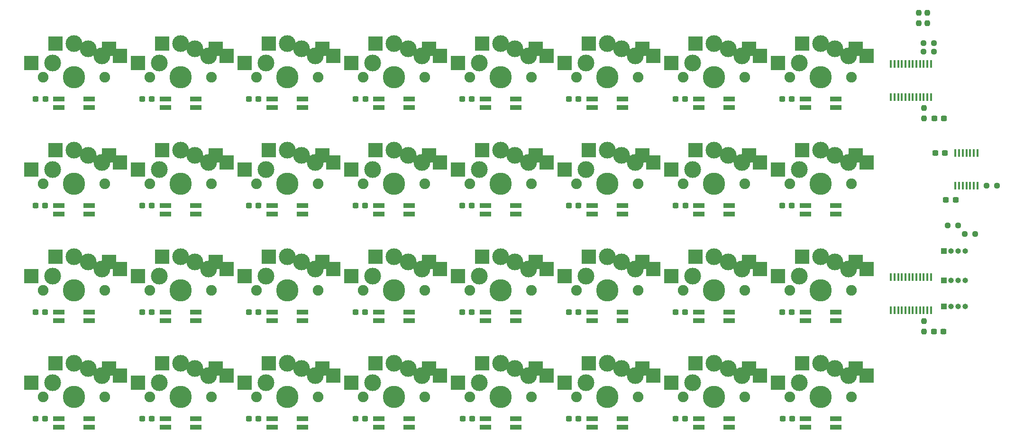
<source format=gbs>
%TF.GenerationSoftware,KiCad,Pcbnew,(6.0.8)*%
%TF.CreationDate,2023-01-16T16:58:48+01:00*%
%TF.ProjectId,The Macruwu 2.0,54686520-4d61-4637-9275-777520322e30,rev?*%
%TF.SameCoordinates,Original*%
%TF.FileFunction,Soldermask,Bot*%
%TF.FilePolarity,Negative*%
%FSLAX46Y46*%
G04 Gerber Fmt 4.6, Leading zero omitted, Abs format (unit mm)*
G04 Created by KiCad (PCBNEW (6.0.8)) date 2023-01-16 16:58:48*
%MOMM*%
%LPD*%
G01*
G04 APERTURE LIST*
G04 Aperture macros list*
%AMRoundRect*
0 Rectangle with rounded corners*
0 $1 Rounding radius*
0 $2 $3 $4 $5 $6 $7 $8 $9 X,Y pos of 4 corners*
0 Add a 4 corners polygon primitive as box body*
4,1,4,$2,$3,$4,$5,$6,$7,$8,$9,$2,$3,0*
0 Add four circle primitives for the rounded corners*
1,1,$1+$1,$2,$3*
1,1,$1+$1,$4,$5*
1,1,$1+$1,$6,$7*
1,1,$1+$1,$8,$9*
0 Add four rect primitives between the rounded corners*
20,1,$1+$1,$2,$3,$4,$5,0*
20,1,$1+$1,$4,$5,$6,$7,0*
20,1,$1+$1,$6,$7,$8,$9,0*
20,1,$1+$1,$8,$9,$2,$3,0*%
G04 Aperture macros list end*
%ADD10C,1.900000*%
%ADD11C,3.990000*%
%ADD12C,3.000000*%
%ADD13R,2.600000X2.600000*%
%ADD14R,2.540000X2.540000*%
%ADD15R,2.000000X0.820000*%
%ADD16R,1.000000X1.000000*%
%ADD17O,1.000000X1.000000*%
%ADD18RoundRect,0.237500X-0.300000X-0.237500X0.300000X-0.237500X0.300000X0.237500X-0.300000X0.237500X0*%
%ADD19RoundRect,0.237500X0.250000X0.237500X-0.250000X0.237500X-0.250000X-0.237500X0.250000X-0.237500X0*%
%ADD20RoundRect,0.237500X-0.237500X0.250000X-0.237500X-0.250000X0.237500X-0.250000X0.237500X0.250000X0*%
%ADD21R,0.450000X1.475000*%
%ADD22RoundRect,0.237500X0.237500X-0.250000X0.237500X0.250000X-0.237500X0.250000X-0.237500X-0.250000X0*%
%ADD23RoundRect,0.237500X-0.250000X-0.237500X0.250000X-0.237500X0.250000X0.237500X-0.250000X0.237500X0*%
%ADD24RoundRect,0.237500X0.300000X0.237500X-0.300000X0.237500X-0.300000X-0.237500X0.300000X-0.237500X0*%
G04 APERTURE END LIST*
D10*
%TO.C,U3*%
X113806000Y-52705000D03*
X102806000Y-52705000D03*
D11*
X108306000Y-52705000D03*
D12*
X113306000Y-48955000D03*
X110846000Y-47625000D03*
X104496000Y-50165000D03*
X108306000Y-46755000D03*
D13*
X105031000Y-46755000D03*
D14*
X100745944Y-50165000D03*
D13*
X114596000Y-47625000D03*
X116581000Y-48955000D03*
D15*
X111006000Y-56655000D03*
X111006000Y-58155000D03*
X105606000Y-58155000D03*
X105606000Y-56655000D03*
%TD*%
D12*
%TO.C,U15*%
X184506000Y-65805000D03*
X187046000Y-66675000D03*
X189506000Y-68005000D03*
D11*
X184506000Y-71755000D03*
D10*
X179006000Y-71755000D03*
D12*
X180696000Y-69215000D03*
D10*
X190006000Y-71755000D03*
D13*
X181231000Y-65805000D03*
D14*
X176945944Y-69215000D03*
D13*
X190796000Y-66675000D03*
X192781000Y-68005000D03*
D15*
X187206000Y-75705000D03*
X187206000Y-77205000D03*
X181806000Y-77205000D03*
X181806000Y-75705000D03*
%TD*%
D12*
%TO.C,U14*%
X161646000Y-69215000D03*
X165456000Y-65805000D03*
D11*
X165456000Y-71755000D03*
D12*
X170456000Y-68005000D03*
D10*
X159956000Y-71755000D03*
X170956000Y-71755000D03*
D12*
X167996000Y-66675000D03*
D14*
X157895944Y-69215000D03*
D13*
X162181000Y-65805000D03*
X171746000Y-66675000D03*
X173731000Y-68005000D03*
D15*
X168156000Y-75705000D03*
X168156000Y-77205000D03*
X162756000Y-77205000D03*
X162756000Y-75705000D03*
%TD*%
D12*
%TO.C,U8*%
X199746000Y-50165000D03*
X206096000Y-47625000D03*
D10*
X209056000Y-52705000D03*
X198056000Y-52705000D03*
D12*
X208556000Y-48955000D03*
D11*
X203556000Y-52705000D03*
D12*
X203556000Y-46755000D03*
D13*
X200281000Y-46755000D03*
D14*
X195995944Y-50165000D03*
D13*
X211831000Y-48955000D03*
X209846000Y-47625000D03*
D15*
X206256000Y-56655000D03*
X206256000Y-58155000D03*
X200856000Y-58155000D03*
X200856000Y-56655000D03*
%TD*%
D10*
%TO.C,U5*%
X151906000Y-52705000D03*
X140906000Y-52705000D03*
D11*
X146406000Y-52705000D03*
D12*
X146406000Y-46755000D03*
X148946000Y-47625000D03*
X151406000Y-48955000D03*
X142596000Y-50165000D03*
D14*
X138845944Y-50165000D03*
D13*
X143131000Y-46755000D03*
X152696000Y-47625000D03*
X154681000Y-48955000D03*
D15*
X149106000Y-56655000D03*
X149106000Y-58155000D03*
X143706000Y-58155000D03*
X143706000Y-56655000D03*
%TD*%
D10*
%TO.C,U22*%
X170956000Y-90805000D03*
D11*
X165456000Y-90805000D03*
D12*
X170456000Y-87055000D03*
D10*
X159956000Y-90805000D03*
D12*
X161646000Y-88265000D03*
X167996000Y-85725000D03*
X165456000Y-84855000D03*
D13*
X162181000Y-84855000D03*
D14*
X157895944Y-88265000D03*
D13*
X173731000Y-87055000D03*
X171746000Y-85725000D03*
D15*
X168156000Y-94755000D03*
X168156000Y-96255000D03*
X162756000Y-96255000D03*
X162756000Y-94755000D03*
%TD*%
D12*
%TO.C,U16*%
X203556000Y-65805000D03*
X199746000Y-69215000D03*
D10*
X198056000Y-71755000D03*
D11*
X203556000Y-71755000D03*
D12*
X206096000Y-66675000D03*
X208556000Y-68005000D03*
D10*
X209056000Y-71755000D03*
D13*
X200281000Y-65805000D03*
D14*
X195995944Y-69215000D03*
D13*
X209846000Y-66675000D03*
X211831000Y-68005000D03*
D15*
X206256000Y-75705000D03*
X206256000Y-77205000D03*
X200856000Y-77205000D03*
X200856000Y-75705000D03*
%TD*%
D10*
%TO.C,U18*%
X83756000Y-90805000D03*
D12*
X91796000Y-85725000D03*
X89256000Y-84855000D03*
D10*
X94756000Y-90805000D03*
D11*
X89256000Y-90805000D03*
D12*
X94256000Y-87055000D03*
X85446000Y-88265000D03*
D14*
X81695944Y-88265000D03*
D13*
X85981000Y-84855000D03*
X97531000Y-87055000D03*
X95546000Y-85725000D03*
D15*
X91956000Y-94755000D03*
X91956000Y-96255000D03*
X86556000Y-96255000D03*
X86556000Y-94755000D03*
%TD*%
D12*
%TO.C,U28*%
X132356000Y-106105000D03*
X123546000Y-107315000D03*
X129896000Y-104775000D03*
D10*
X132856000Y-109855000D03*
D11*
X127356000Y-109855000D03*
D12*
X127356000Y-103905000D03*
D10*
X121856000Y-109855000D03*
D14*
X119795944Y-107315000D03*
D13*
X124081000Y-103905000D03*
X133646000Y-104775000D03*
X135631000Y-106105000D03*
D15*
X130056000Y-113805000D03*
X130056000Y-115305000D03*
X124656000Y-115305000D03*
X124656000Y-113805000D03*
%TD*%
D12*
%TO.C,U17*%
X72746000Y-85725000D03*
D10*
X75706000Y-90805000D03*
D11*
X70206000Y-90805000D03*
D10*
X64706000Y-90805000D03*
D12*
X66396000Y-88265000D03*
X75206000Y-87055000D03*
X70206000Y-84855000D03*
D14*
X62645944Y-88265000D03*
D13*
X66931000Y-84855000D03*
X76496000Y-85725000D03*
X78481000Y-87055000D03*
D15*
X72906000Y-94755000D03*
X72906000Y-96255000D03*
X67506000Y-96255000D03*
X67506000Y-94755000D03*
%TD*%
D12*
%TO.C,U20*%
X127356000Y-84855000D03*
D10*
X121856000Y-90805000D03*
D12*
X129896000Y-85725000D03*
X132356000Y-87055000D03*
D11*
X127356000Y-90805000D03*
D12*
X123546000Y-88265000D03*
D10*
X132856000Y-90805000D03*
D13*
X124081000Y-84855000D03*
D14*
X119795944Y-88265000D03*
D13*
X135631000Y-87055000D03*
X133646000Y-85725000D03*
D15*
X130056000Y-94755000D03*
X130056000Y-96255000D03*
X124656000Y-96255000D03*
X124656000Y-94755000D03*
%TD*%
D10*
%TO.C,U32*%
X198056000Y-109855000D03*
D12*
X206096000Y-104775000D03*
X203556000Y-103905000D03*
X199746000Y-107315000D03*
D11*
X203556000Y-109855000D03*
D12*
X208556000Y-106105000D03*
D10*
X209056000Y-109855000D03*
D14*
X195995944Y-107315000D03*
D13*
X200281000Y-103905000D03*
X211831000Y-106105000D03*
X209846000Y-104775000D03*
D15*
X206256000Y-113805000D03*
X206256000Y-115305000D03*
X200856000Y-115305000D03*
X200856000Y-113805000D03*
%TD*%
D10*
%TO.C,U2*%
X83756000Y-52705000D03*
D12*
X91796000Y-47625000D03*
X89256000Y-46755000D03*
D11*
X89256000Y-52705000D03*
D12*
X94256000Y-48955000D03*
D10*
X94756000Y-52705000D03*
D12*
X85446000Y-50165000D03*
D14*
X81695944Y-50165000D03*
D13*
X85981000Y-46755000D03*
X97531000Y-48955000D03*
X95546000Y-47625000D03*
D15*
X91956000Y-56655000D03*
X91956000Y-58155000D03*
X86556000Y-58155000D03*
X86556000Y-56655000D03*
%TD*%
D12*
%TO.C,U9*%
X72746000Y-66675000D03*
X70206000Y-65805000D03*
D10*
X64706000Y-71755000D03*
D12*
X75206000Y-68005000D03*
X66396000Y-69215000D03*
D11*
X70206000Y-71755000D03*
D10*
X75706000Y-71755000D03*
D14*
X62645944Y-69215000D03*
D13*
X66931000Y-65805000D03*
X78481000Y-68005000D03*
X76496000Y-66675000D03*
D15*
X72906000Y-75705000D03*
X72906000Y-77205000D03*
X67506000Y-77205000D03*
X67506000Y-75705000D03*
%TD*%
D12*
%TO.C,U10*%
X94256000Y-68005000D03*
X89256000Y-65805000D03*
X91796000Y-66675000D03*
D11*
X89256000Y-71755000D03*
D12*
X85446000Y-69215000D03*
D10*
X83756000Y-71755000D03*
X94756000Y-71755000D03*
D14*
X81695944Y-69215000D03*
D13*
X85981000Y-65805000D03*
X95546000Y-66675000D03*
X97531000Y-68005000D03*
D15*
X91956000Y-75705000D03*
X91956000Y-77205000D03*
X86556000Y-77205000D03*
X86556000Y-75705000D03*
%TD*%
D12*
%TO.C,U29*%
X142596000Y-107315000D03*
D10*
X151906000Y-109855000D03*
D11*
X146406000Y-109855000D03*
D10*
X140906000Y-109855000D03*
D12*
X151406000Y-106105000D03*
X148946000Y-104775000D03*
X146406000Y-103905000D03*
D14*
X138845944Y-107315000D03*
D13*
X143131000Y-103905000D03*
X154681000Y-106105000D03*
X152696000Y-104775000D03*
D15*
X149106000Y-113805000D03*
X149106000Y-115305000D03*
X143706000Y-115305000D03*
X143706000Y-113805000D03*
%TD*%
D12*
%TO.C,U25*%
X70206000Y-103905000D03*
D10*
X64706000Y-109855000D03*
D12*
X75206000Y-106105000D03*
X66396000Y-107315000D03*
D10*
X75706000Y-109855000D03*
D11*
X70206000Y-109855000D03*
D12*
X72746000Y-104775000D03*
D13*
X66931000Y-103905000D03*
D14*
X62645944Y-107315000D03*
D13*
X76496000Y-104775000D03*
X78481000Y-106105000D03*
D15*
X72906000Y-113805000D03*
X72906000Y-115305000D03*
X67506000Y-115305000D03*
X67506000Y-113805000D03*
%TD*%
D10*
%TO.C,U23*%
X179006000Y-90805000D03*
D12*
X180696000Y-88265000D03*
D11*
X184506000Y-90805000D03*
D12*
X187046000Y-85725000D03*
D10*
X190006000Y-90805000D03*
D12*
X184506000Y-84855000D03*
X189506000Y-87055000D03*
D14*
X176945944Y-88265000D03*
D13*
X181231000Y-84855000D03*
X190796000Y-85725000D03*
X192781000Y-87055000D03*
D15*
X187206000Y-94755000D03*
X187206000Y-96255000D03*
X181806000Y-96255000D03*
X181806000Y-94755000D03*
%TD*%
D12*
%TO.C,U31*%
X189506000Y-106105000D03*
D10*
X190006000Y-109855000D03*
D12*
X180696000Y-107315000D03*
D11*
X184506000Y-109855000D03*
D10*
X179006000Y-109855000D03*
D12*
X184506000Y-103905000D03*
X187046000Y-104775000D03*
D13*
X181231000Y-103905000D03*
D14*
X176945944Y-107315000D03*
D13*
X192781000Y-106105000D03*
X190796000Y-104775000D03*
D15*
X187206000Y-113805000D03*
X187206000Y-115305000D03*
X181806000Y-115305000D03*
X181806000Y-113805000D03*
%TD*%
D12*
%TO.C,U6*%
X167996000Y-47625000D03*
X170456000Y-48955000D03*
X165456000Y-46755000D03*
D10*
X170956000Y-52705000D03*
D12*
X161646000Y-50165000D03*
D10*
X159956000Y-52705000D03*
D11*
X165456000Y-52705000D03*
D14*
X157895944Y-50165000D03*
D13*
X162181000Y-46755000D03*
X173731000Y-48955000D03*
X171746000Y-47625000D03*
D15*
X168156000Y-56655000D03*
X168156000Y-58155000D03*
X162756000Y-58155000D03*
X162756000Y-56655000D03*
%TD*%
D16*
%TO.C,J2*%
X225557000Y-89027000D03*
D17*
X226827000Y-89027000D03*
X228097000Y-89027000D03*
X229367000Y-89027000D03*
%TD*%
D10*
%TO.C,U12*%
X121856000Y-71755000D03*
D12*
X132356000Y-68005000D03*
X123546000Y-69215000D03*
X127356000Y-65805000D03*
D11*
X127356000Y-71755000D03*
D12*
X129896000Y-66675000D03*
D10*
X132856000Y-71755000D03*
D13*
X124081000Y-65805000D03*
D14*
X119795944Y-69215000D03*
D13*
X135631000Y-68005000D03*
X133646000Y-66675000D03*
D15*
X130056000Y-75705000D03*
X130056000Y-77205000D03*
X124656000Y-77205000D03*
X124656000Y-75705000D03*
%TD*%
D11*
%TO.C,U4*%
X127356000Y-52705000D03*
D10*
X121856000Y-52705000D03*
X132856000Y-52705000D03*
D12*
X127356000Y-46755000D03*
X129896000Y-47625000D03*
X132356000Y-48955000D03*
X123546000Y-50165000D03*
D13*
X124081000Y-46755000D03*
D14*
X119795944Y-50165000D03*
D13*
X135631000Y-48955000D03*
X133646000Y-47625000D03*
D15*
X130056000Y-56655000D03*
X130056000Y-58155000D03*
X124656000Y-58155000D03*
X124656000Y-56655000D03*
%TD*%
D12*
%TO.C,U7*%
X187046000Y-47625000D03*
X180696000Y-50165000D03*
D10*
X190006000Y-52705000D03*
D12*
X184506000Y-46755000D03*
X189506000Y-48955000D03*
D10*
X179006000Y-52705000D03*
D11*
X184506000Y-52705000D03*
D13*
X181231000Y-46755000D03*
D14*
X176945944Y-50165000D03*
D13*
X192781000Y-48955000D03*
X190796000Y-47625000D03*
D15*
X187206000Y-56655000D03*
X187206000Y-58155000D03*
X181806000Y-58155000D03*
X181806000Y-56655000D03*
%TD*%
D16*
%TO.C,J3*%
X225557000Y-93726000D03*
D17*
X226827000Y-93726000D03*
X228097000Y-93726000D03*
X229367000Y-93726000D03*
%TD*%
D12*
%TO.C,U19*%
X108306000Y-84855000D03*
D10*
X113806000Y-90805000D03*
D12*
X104496000Y-88265000D03*
D11*
X108306000Y-90805000D03*
D12*
X110846000Y-85725000D03*
D10*
X102806000Y-90805000D03*
D12*
X113306000Y-87055000D03*
D14*
X100745944Y-88265000D03*
D13*
X105031000Y-84855000D03*
X116581000Y-87055000D03*
X114596000Y-85725000D03*
D15*
X111006000Y-94755000D03*
X111006000Y-96255000D03*
X105606000Y-96255000D03*
X105606000Y-94755000D03*
%TD*%
D16*
%TO.C,J1*%
X225557000Y-83820000D03*
D17*
X226827000Y-83820000D03*
X228097000Y-83820000D03*
X229367000Y-83820000D03*
%TD*%
D10*
%TO.C,U30*%
X170956000Y-109855000D03*
D12*
X167996000Y-104775000D03*
X161646000Y-107315000D03*
X170456000Y-106105000D03*
D11*
X165456000Y-109855000D03*
D10*
X159956000Y-109855000D03*
D12*
X165456000Y-103905000D03*
D13*
X162181000Y-103905000D03*
D14*
X157895944Y-107315000D03*
D13*
X173731000Y-106105000D03*
X171746000Y-104775000D03*
D15*
X168156000Y-113805000D03*
X168156000Y-115305000D03*
X162756000Y-115305000D03*
X162756000Y-113805000D03*
%TD*%
D12*
%TO.C,U1*%
X75206000Y-48955000D03*
X66396000Y-50165000D03*
X72746000Y-47625000D03*
D10*
X64706000Y-52705000D03*
D11*
X70206000Y-52705000D03*
D12*
X70206000Y-46755000D03*
D10*
X75706000Y-52705000D03*
D13*
X66931000Y-46755000D03*
D14*
X62645944Y-50165000D03*
D13*
X76496000Y-47625000D03*
X78481000Y-48955000D03*
D15*
X72906000Y-56655000D03*
X72906000Y-58155000D03*
X67506000Y-58155000D03*
X67506000Y-56655000D03*
%TD*%
D11*
%TO.C,U11*%
X108306000Y-71755000D03*
D12*
X108306000Y-65805000D03*
X110846000Y-66675000D03*
X104496000Y-69215000D03*
D10*
X102806000Y-71755000D03*
X113806000Y-71755000D03*
D12*
X113306000Y-68005000D03*
D13*
X105031000Y-65805000D03*
D14*
X100745944Y-69215000D03*
D13*
X116581000Y-68005000D03*
X114596000Y-66675000D03*
D15*
X111006000Y-75705000D03*
X111006000Y-77205000D03*
X105606000Y-77205000D03*
X105606000Y-75705000D03*
%TD*%
D12*
%TO.C,U26*%
X89256000Y-103905000D03*
D10*
X83756000Y-109855000D03*
D12*
X94256000Y-106105000D03*
X85446000Y-107315000D03*
D11*
X89256000Y-109855000D03*
D12*
X91796000Y-104775000D03*
D10*
X94756000Y-109855000D03*
D13*
X85981000Y-103905000D03*
D14*
X81695944Y-107315000D03*
D13*
X95546000Y-104775000D03*
X97531000Y-106105000D03*
D15*
X91956000Y-113805000D03*
X91956000Y-115305000D03*
X86556000Y-115305000D03*
X86556000Y-113805000D03*
%TD*%
D11*
%TO.C,U24*%
X203556000Y-90805000D03*
D10*
X209056000Y-90805000D03*
D12*
X199746000Y-88265000D03*
X203556000Y-84855000D03*
X208556000Y-87055000D03*
X206096000Y-85725000D03*
D10*
X198056000Y-90805000D03*
D13*
X200281000Y-84855000D03*
D14*
X195995944Y-88265000D03*
D13*
X209846000Y-85725000D03*
X211831000Y-87055000D03*
D15*
X206256000Y-94755000D03*
X206256000Y-96255000D03*
X200856000Y-96255000D03*
X200856000Y-94755000D03*
%TD*%
D12*
%TO.C,U21*%
X148946000Y-85725000D03*
D10*
X151906000Y-90805000D03*
X140906000Y-90805000D03*
D12*
X142596000Y-88265000D03*
D11*
X146406000Y-90805000D03*
D12*
X146406000Y-84855000D03*
X151406000Y-87055000D03*
D13*
X143131000Y-84855000D03*
D14*
X138845944Y-88265000D03*
D13*
X154681000Y-87055000D03*
X152696000Y-85725000D03*
D15*
X149106000Y-94755000D03*
X149106000Y-96255000D03*
X143706000Y-96255000D03*
X143706000Y-94755000D03*
%TD*%
D11*
%TO.C,U27*%
X108306000Y-109855000D03*
D12*
X104496000Y-107315000D03*
X108306000Y-103905000D03*
D10*
X113806000Y-109855000D03*
D12*
X113306000Y-106105000D03*
D10*
X102806000Y-109855000D03*
D12*
X110846000Y-104775000D03*
D14*
X100745944Y-107315000D03*
D13*
X105031000Y-103905000D03*
X114596000Y-104775000D03*
X116581000Y-106105000D03*
D15*
X111006000Y-113805000D03*
X111006000Y-115305000D03*
X105606000Y-115305000D03*
X105606000Y-113805000D03*
%TD*%
D11*
%TO.C,U13*%
X146406000Y-71755000D03*
D10*
X151906000Y-71755000D03*
X140906000Y-71755000D03*
D12*
X142596000Y-69215000D03*
X148946000Y-66675000D03*
X151406000Y-68005000D03*
X146406000Y-65805000D03*
D14*
X138845944Y-69215000D03*
D13*
X143131000Y-65805000D03*
X152696000Y-66675000D03*
X154681000Y-68005000D03*
D15*
X149106000Y-75705000D03*
X149106000Y-77205000D03*
X143706000Y-77205000D03*
X143706000Y-75705000D03*
%TD*%
D18*
%TO.C,C9*%
X63374500Y-75692000D03*
X65099500Y-75692000D03*
%TD*%
D19*
%TO.C,R5*%
X228115500Y-79248000D03*
X226290500Y-79248000D03*
%TD*%
D18*
%TO.C,C7*%
X177648000Y-56642000D03*
X179373000Y-56642000D03*
%TD*%
%TO.C,C2*%
X82398000Y-56642000D03*
X84123000Y-56642000D03*
%TD*%
%TO.C,C20*%
X120524500Y-94742000D03*
X122249500Y-94742000D03*
%TD*%
%TO.C,C24*%
X196724500Y-94742000D03*
X198449500Y-94742000D03*
%TD*%
%TO.C,C18*%
X82424500Y-94742000D03*
X84149500Y-94742000D03*
%TD*%
%TO.C,C1*%
X63399500Y-56642000D03*
X65124500Y-56642000D03*
%TD*%
D20*
%TO.C,R1*%
X221996000Y-96369500D03*
X221996000Y-98194500D03*
%TD*%
D21*
%TO.C,IC2*%
X223285000Y-94378000D03*
X222635000Y-94378000D03*
X221985000Y-94378000D03*
X221335000Y-94378000D03*
X220685000Y-94378000D03*
X220035000Y-94378000D03*
X219385000Y-94378000D03*
X218735000Y-94378000D03*
X218085000Y-94378000D03*
X217435000Y-94378000D03*
X216785000Y-94378000D03*
X216135000Y-94378000D03*
X216135000Y-88502000D03*
X216785000Y-88502000D03*
X217435000Y-88502000D03*
X218085000Y-88502000D03*
X218735000Y-88502000D03*
X219385000Y-88502000D03*
X220035000Y-88502000D03*
X220685000Y-88502000D03*
X221335000Y-88502000D03*
X221985000Y-88502000D03*
X222635000Y-88502000D03*
X223285000Y-88502000D03*
%TD*%
D18*
%TO.C,C19*%
X101474500Y-94742000D03*
X103199500Y-94742000D03*
%TD*%
%TO.C,C22*%
X158624500Y-94742000D03*
X160349500Y-94742000D03*
%TD*%
%TO.C,C11*%
X101474500Y-75692000D03*
X103199500Y-75692000D03*
%TD*%
%TO.C,C25*%
X63374500Y-113792000D03*
X65099500Y-113792000D03*
%TD*%
D22*
%TO.C,R10*%
X221107000Y-43076500D03*
X221107000Y-41251500D03*
%TD*%
D18*
%TO.C,C28*%
X120524500Y-113792000D03*
X122249500Y-113792000D03*
%TD*%
%TO.C,C5*%
X139548000Y-56642000D03*
X141273000Y-56642000D03*
%TD*%
D21*
%TO.C,IC1*%
X223285000Y-56278000D03*
X222635000Y-56278000D03*
X221985000Y-56278000D03*
X221335000Y-56278000D03*
X220685000Y-56278000D03*
X220035000Y-56278000D03*
X219385000Y-56278000D03*
X218735000Y-56278000D03*
X218085000Y-56278000D03*
X217435000Y-56278000D03*
X216785000Y-56278000D03*
X216135000Y-56278000D03*
X216135000Y-50402000D03*
X216785000Y-50402000D03*
X217435000Y-50402000D03*
X218085000Y-50402000D03*
X218735000Y-50402000D03*
X219385000Y-50402000D03*
X220035000Y-50402000D03*
X220685000Y-50402000D03*
X221335000Y-50402000D03*
X221985000Y-50402000D03*
X222635000Y-50402000D03*
X223285000Y-50402000D03*
%TD*%
D18*
%TO.C,C35*%
X224054500Y-66294000D03*
X225779500Y-66294000D03*
%TD*%
D23*
%TO.C,R6*%
X229338500Y-80772000D03*
X231163500Y-80772000D03*
%TD*%
D20*
%TO.C,R2*%
X221996000Y-58269500D03*
X221996000Y-60094500D03*
%TD*%
D18*
%TO.C,C14*%
X158624500Y-75692000D03*
X160349500Y-75692000D03*
%TD*%
D24*
%TO.C,C34*%
X225525500Y-98171000D03*
X223800500Y-98171000D03*
%TD*%
D18*
%TO.C,C32*%
X196776000Y-113792000D03*
X198501000Y-113792000D03*
%TD*%
%TO.C,C13*%
X139574500Y-75692000D03*
X141299500Y-75692000D03*
%TD*%
%TO.C,C17*%
X63374500Y-94742000D03*
X65099500Y-94742000D03*
%TD*%
%TO.C,C16*%
X196724500Y-75692000D03*
X198449500Y-75692000D03*
%TD*%
D22*
%TO.C,R9*%
X222631000Y-43076500D03*
X222631000Y-41251500D03*
%TD*%
D18*
%TO.C,C21*%
X139574500Y-94742000D03*
X141299500Y-94742000D03*
%TD*%
%TO.C,C27*%
X101474500Y-113792000D03*
X103199500Y-113792000D03*
%TD*%
D24*
%TO.C,C33*%
X225626000Y-60071000D03*
X223901000Y-60071000D03*
%TD*%
D18*
%TO.C,C29*%
X139626000Y-113792000D03*
X141351000Y-113792000D03*
%TD*%
D21*
%TO.C,IC3*%
X227666000Y-66277000D03*
X228316000Y-66277000D03*
X228966000Y-66277000D03*
X229616000Y-66277000D03*
X230266000Y-66277000D03*
X230916000Y-66277000D03*
X231566000Y-66277000D03*
X231566000Y-72153000D03*
X230916000Y-72153000D03*
X230266000Y-72153000D03*
X229616000Y-72153000D03*
X228966000Y-72153000D03*
X228316000Y-72153000D03*
X227666000Y-72153000D03*
%TD*%
D18*
%TO.C,C31*%
X177674500Y-113792000D03*
X179399500Y-113792000D03*
%TD*%
%TO.C,C3*%
X101448000Y-56642000D03*
X103173000Y-56642000D03*
%TD*%
D23*
%TO.C,R8*%
X221972500Y-46609000D03*
X223797500Y-46609000D03*
%TD*%
D18*
%TO.C,C30*%
X158624500Y-113792000D03*
X160349500Y-113792000D03*
%TD*%
%TO.C,C26*%
X82424500Y-113792000D03*
X84149500Y-113792000D03*
%TD*%
%TO.C,C6*%
X158624500Y-56642000D03*
X160349500Y-56642000D03*
%TD*%
%TO.C,C12*%
X120524500Y-75692000D03*
X122249500Y-75692000D03*
%TD*%
%TO.C,C10*%
X82424500Y-75692000D03*
X84149500Y-75692000D03*
%TD*%
D23*
%TO.C,R7*%
X221972500Y-48133000D03*
X223797500Y-48133000D03*
%TD*%
D18*
%TO.C,C8*%
X196698000Y-56642000D03*
X198423000Y-56642000D03*
%TD*%
%TO.C,C23*%
X177674500Y-94742000D03*
X179399500Y-94742000D03*
%TD*%
%TO.C,C4*%
X120549500Y-56642000D03*
X122274500Y-56642000D03*
%TD*%
%TO.C,C15*%
X177701000Y-75692000D03*
X179426000Y-75692000D03*
%TD*%
%TO.C,C36*%
X225959500Y-74676000D03*
X227684500Y-74676000D03*
%TD*%
D23*
%TO.C,R11*%
X233252000Y-72136000D03*
X235077000Y-72136000D03*
%TD*%
M02*

</source>
